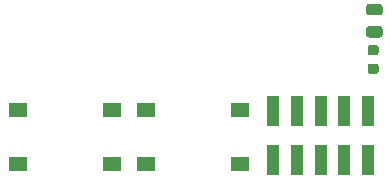
<source format=gbr>
%TF.GenerationSoftware,KiCad,Pcbnew,(5.1.10)-1*%
%TF.CreationDate,2021-11-23T09:49:32-07:00*%
%TF.ProjectId,SolarGPS,536f6c61-7247-4505-932e-6b696361645f,rev?*%
%TF.SameCoordinates,Original*%
%TF.FileFunction,Paste,Top*%
%TF.FilePolarity,Positive*%
%FSLAX46Y46*%
G04 Gerber Fmt 4.6, Leading zero omitted, Abs format (unit mm)*
G04 Created by KiCad (PCBNEW (5.1.10)-1) date 2021-11-23 09:49:32*
%MOMM*%
%LPD*%
G01*
G04 APERTURE LIST*
%ADD10R,1.550000X1.300000*%
%ADD11R,1.000000X2.580000*%
G04 APERTURE END LIST*
%TO.C,D2*%
G36*
G01*
X104793750Y-71700000D02*
X105706250Y-71700000D01*
G75*
G02*
X105950000Y-71943750I0J-243750D01*
G01*
X105950000Y-72431250D01*
G75*
G02*
X105706250Y-72675000I-243750J0D01*
G01*
X104793750Y-72675000D01*
G75*
G02*
X104550000Y-72431250I0J243750D01*
G01*
X104550000Y-71943750D01*
G75*
G02*
X104793750Y-71700000I243750J0D01*
G01*
G37*
G36*
G01*
X104793750Y-69825000D02*
X105706250Y-69825000D01*
G75*
G02*
X105950000Y-70068750I0J-243750D01*
G01*
X105950000Y-70556250D01*
G75*
G02*
X105706250Y-70800000I-243750J0D01*
G01*
X104793750Y-70800000D01*
G75*
G02*
X104550000Y-70556250I0J243750D01*
G01*
X104550000Y-70068750D01*
G75*
G02*
X104793750Y-69825000I243750J0D01*
G01*
G37*
%TD*%
%TO.C,R3*%
G36*
G01*
X105406250Y-74187500D02*
X104893750Y-74187500D01*
G75*
G02*
X104675000Y-73968750I0J218750D01*
G01*
X104675000Y-73531250D01*
G75*
G02*
X104893750Y-73312500I218750J0D01*
G01*
X105406250Y-73312500D01*
G75*
G02*
X105625000Y-73531250I0J-218750D01*
G01*
X105625000Y-73968750D01*
G75*
G02*
X105406250Y-74187500I-218750J0D01*
G01*
G37*
G36*
G01*
X105406250Y-75762500D02*
X104893750Y-75762500D01*
G75*
G02*
X104675000Y-75543750I0J218750D01*
G01*
X104675000Y-75106250D01*
G75*
G02*
X104893750Y-74887500I218750J0D01*
G01*
X105406250Y-74887500D01*
G75*
G02*
X105625000Y-75106250I0J-218750D01*
G01*
X105625000Y-75543750D01*
G75*
G02*
X105406250Y-75762500I-218750J0D01*
G01*
G37*
%TD*%
D10*
%TO.C,SW2*%
X75125000Y-78850000D03*
X75125000Y-83350000D03*
X83075000Y-83350000D03*
X83075000Y-78850000D03*
%TD*%
%TO.C,SW1*%
X85925000Y-78850000D03*
X85925000Y-83350000D03*
X93875000Y-83350000D03*
X93875000Y-78850000D03*
%TD*%
D11*
%TO.C,J4*%
X104700000Y-78915000D03*
X104700000Y-83085000D03*
X102700000Y-78915000D03*
X102700000Y-83085000D03*
X100700000Y-78915000D03*
X100700000Y-83085000D03*
X98700000Y-78915000D03*
X98700000Y-83085000D03*
X96700000Y-78915000D03*
X96700000Y-83085000D03*
%TD*%
M02*

</source>
